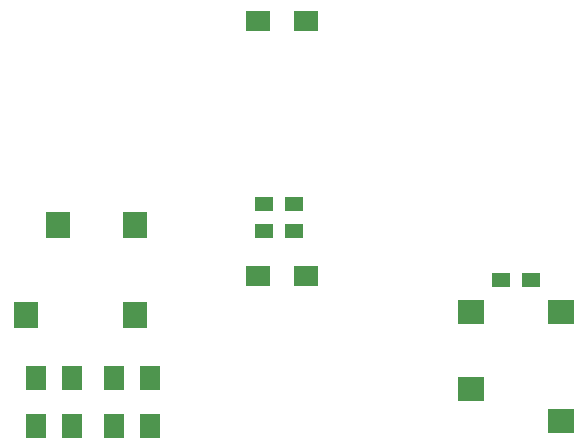
<source format=gtp>
G04 #@! TF.FileFunction,Paste,Top*
%FSLAX46Y46*%
G04 Gerber Fmt 4.6, Leading zero omitted, Abs format (unit mm)*
G04 Created by KiCad (PCBNEW 4.0.4-stable) date 10/08/16 21:13:51*
%MOMM*%
%LPD*%
G01*
G04 APERTURE LIST*
%ADD10C,0.152400*%
%ADD11R,1.500000X1.250000*%
%ADD12R,1.700000X2.000000*%
%ADD13R,2.000000X1.700000*%
%ADD14R,2.000000X2.300000*%
%ADD15R,2.300000X2.000000*%
G04 APERTURE END LIST*
D10*
D11*
X156190000Y-99695000D03*
X153690000Y-99695000D03*
X136124000Y-93218000D03*
X133624000Y-93218000D03*
X136124000Y-95504000D03*
X133624000Y-95504000D03*
D12*
X120904000Y-107982000D03*
X120904000Y-111982000D03*
X117348000Y-107982000D03*
X117348000Y-111982000D03*
X114300000Y-107982000D03*
X114300000Y-111982000D03*
X123952000Y-107982000D03*
X123952000Y-111982000D03*
D13*
X137128000Y-99314000D03*
X133128000Y-99314000D03*
X137128000Y-77724000D03*
X133128000Y-77724000D03*
D14*
X122658000Y-94996000D03*
X113436000Y-102616000D03*
X122658000Y-102616000D03*
X116136000Y-94996000D03*
D15*
X151130000Y-102386000D03*
X158750000Y-111608000D03*
X158750000Y-102386000D03*
X151130000Y-108908000D03*
M02*

</source>
